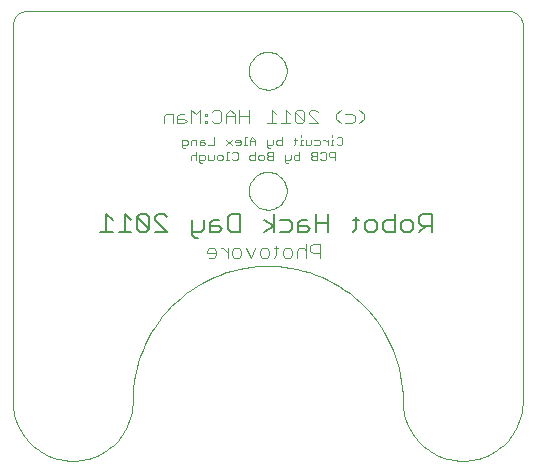
<source format=gbo>
G75*
G70*
%OFA0B0*%
%FSLAX24Y24*%
%IPPOS*%
%LPD*%
%AMOC8*
5,1,8,0,0,1.08239X$1,22.5*
%
%ADD10C,0.0000*%
%ADD11C,0.0040*%
%ADD12C,0.0050*%
%ADD13C,0.0030*%
D10*
X004354Y007453D02*
X004354Y019953D01*
X004356Y019997D01*
X004362Y020040D01*
X004371Y020082D01*
X004384Y020124D01*
X004401Y020164D01*
X004421Y020203D01*
X004444Y020240D01*
X004471Y020274D01*
X004500Y020307D01*
X004533Y020336D01*
X004567Y020363D01*
X004604Y020386D01*
X004643Y020406D01*
X004683Y020423D01*
X004725Y020436D01*
X004767Y020445D01*
X004810Y020451D01*
X004854Y020453D01*
X020854Y020453D01*
X020898Y020451D01*
X020941Y020445D01*
X020983Y020436D01*
X021025Y020423D01*
X021065Y020406D01*
X021104Y020386D01*
X021141Y020363D01*
X021175Y020336D01*
X021208Y020307D01*
X021237Y020274D01*
X021264Y020240D01*
X021287Y020203D01*
X021307Y020164D01*
X021324Y020124D01*
X021337Y020082D01*
X021346Y020040D01*
X021352Y019997D01*
X021354Y019953D01*
X021354Y007453D01*
X021352Y007356D01*
X021345Y007260D01*
X021333Y007164D01*
X021317Y007069D01*
X021296Y006974D01*
X021270Y006881D01*
X021241Y006789D01*
X021206Y006699D01*
X021168Y006610D01*
X021125Y006524D01*
X021078Y006439D01*
X021027Y006357D01*
X020972Y006277D01*
X020913Y006201D01*
X020851Y006127D01*
X020785Y006056D01*
X020716Y005988D01*
X020644Y005924D01*
X020568Y005864D01*
X020490Y005807D01*
X020409Y005754D01*
X020326Y005705D01*
X020240Y005660D01*
X020153Y005619D01*
X020063Y005583D01*
X019972Y005551D01*
X019879Y005523D01*
X019786Y005500D01*
X019691Y005482D01*
X019595Y005468D01*
X019499Y005458D01*
X019402Y005454D01*
X019306Y005454D01*
X019209Y005458D01*
X019113Y005468D01*
X019017Y005482D01*
X018922Y005500D01*
X018829Y005523D01*
X018736Y005551D01*
X018645Y005583D01*
X018555Y005619D01*
X018468Y005660D01*
X018382Y005705D01*
X018299Y005754D01*
X018218Y005807D01*
X018140Y005864D01*
X018064Y005924D01*
X017992Y005988D01*
X017923Y006056D01*
X017857Y006127D01*
X017795Y006201D01*
X017736Y006277D01*
X017681Y006357D01*
X017630Y006439D01*
X017583Y006524D01*
X017540Y006610D01*
X017502Y006699D01*
X017467Y006789D01*
X017438Y006881D01*
X017412Y006974D01*
X017391Y007069D01*
X017375Y007164D01*
X017363Y007260D01*
X017356Y007356D01*
X017354Y007453D01*
X017349Y007670D01*
X017333Y007887D01*
X017307Y008103D01*
X017270Y008318D01*
X017223Y008530D01*
X017166Y008740D01*
X017099Y008947D01*
X017022Y009150D01*
X016935Y009349D01*
X016839Y009544D01*
X016733Y009734D01*
X016618Y009919D01*
X016495Y010098D01*
X016363Y010271D01*
X016222Y010437D01*
X016074Y010596D01*
X015919Y010748D01*
X015756Y010892D01*
X015586Y011029D01*
X015410Y011156D01*
X015228Y011276D01*
X015041Y011386D01*
X014848Y011487D01*
X014651Y011579D01*
X014450Y011661D01*
X014245Y011733D01*
X014036Y011795D01*
X013825Y011847D01*
X013612Y011889D01*
X013396Y011920D01*
X013180Y011941D01*
X012963Y011952D01*
X012745Y011952D01*
X012528Y011941D01*
X012312Y011920D01*
X012096Y011889D01*
X011883Y011847D01*
X011672Y011795D01*
X011463Y011733D01*
X011258Y011661D01*
X011057Y011579D01*
X010860Y011487D01*
X010667Y011386D01*
X010480Y011276D01*
X010298Y011156D01*
X010122Y011029D01*
X009952Y010892D01*
X009789Y010748D01*
X009634Y010596D01*
X009486Y010437D01*
X009345Y010271D01*
X009213Y010098D01*
X009090Y009919D01*
X008975Y009734D01*
X008869Y009544D01*
X008773Y009349D01*
X008686Y009150D01*
X008609Y008947D01*
X008542Y008740D01*
X008485Y008530D01*
X008438Y008318D01*
X008401Y008103D01*
X008375Y007887D01*
X008359Y007670D01*
X008354Y007453D01*
X008352Y007356D01*
X008345Y007260D01*
X008333Y007164D01*
X008317Y007069D01*
X008296Y006974D01*
X008270Y006881D01*
X008241Y006789D01*
X008206Y006699D01*
X008168Y006610D01*
X008125Y006524D01*
X008078Y006439D01*
X008027Y006357D01*
X007972Y006277D01*
X007913Y006201D01*
X007851Y006127D01*
X007785Y006056D01*
X007716Y005988D01*
X007644Y005924D01*
X007568Y005864D01*
X007490Y005807D01*
X007409Y005754D01*
X007326Y005705D01*
X007240Y005660D01*
X007153Y005619D01*
X007063Y005583D01*
X006972Y005551D01*
X006879Y005523D01*
X006786Y005500D01*
X006691Y005482D01*
X006595Y005468D01*
X006499Y005458D01*
X006402Y005454D01*
X006306Y005454D01*
X006209Y005458D01*
X006113Y005468D01*
X006017Y005482D01*
X005922Y005500D01*
X005829Y005523D01*
X005736Y005551D01*
X005645Y005583D01*
X005555Y005619D01*
X005468Y005660D01*
X005382Y005705D01*
X005299Y005754D01*
X005218Y005807D01*
X005140Y005864D01*
X005064Y005924D01*
X004992Y005988D01*
X004923Y006056D01*
X004857Y006127D01*
X004795Y006201D01*
X004736Y006277D01*
X004681Y006357D01*
X004630Y006439D01*
X004583Y006524D01*
X004540Y006610D01*
X004502Y006699D01*
X004467Y006789D01*
X004438Y006881D01*
X004412Y006974D01*
X004391Y007069D01*
X004375Y007164D01*
X004363Y007260D01*
X004356Y007356D01*
X004354Y007453D01*
X012224Y014453D02*
X012226Y014503D01*
X012232Y014553D01*
X012242Y014602D01*
X012256Y014650D01*
X012273Y014697D01*
X012294Y014742D01*
X012319Y014786D01*
X012347Y014827D01*
X012379Y014866D01*
X012413Y014903D01*
X012450Y014937D01*
X012490Y014967D01*
X012532Y014994D01*
X012576Y015018D01*
X012622Y015039D01*
X012669Y015055D01*
X012717Y015068D01*
X012767Y015077D01*
X012816Y015082D01*
X012867Y015083D01*
X012917Y015080D01*
X012966Y015073D01*
X013015Y015062D01*
X013063Y015047D01*
X013109Y015029D01*
X013154Y015007D01*
X013197Y014981D01*
X013238Y014952D01*
X013277Y014920D01*
X013313Y014885D01*
X013345Y014847D01*
X013375Y014807D01*
X013402Y014764D01*
X013425Y014720D01*
X013444Y014674D01*
X013460Y014626D01*
X013472Y014577D01*
X013480Y014528D01*
X013484Y014478D01*
X013484Y014428D01*
X013480Y014378D01*
X013472Y014329D01*
X013460Y014280D01*
X013444Y014232D01*
X013425Y014186D01*
X013402Y014142D01*
X013375Y014099D01*
X013345Y014059D01*
X013313Y014021D01*
X013277Y013986D01*
X013238Y013954D01*
X013197Y013925D01*
X013154Y013899D01*
X013109Y013877D01*
X013063Y013859D01*
X013015Y013844D01*
X012966Y013833D01*
X012917Y013826D01*
X012867Y013823D01*
X012816Y013824D01*
X012767Y013829D01*
X012717Y013838D01*
X012669Y013851D01*
X012622Y013867D01*
X012576Y013888D01*
X012532Y013912D01*
X012490Y013939D01*
X012450Y013969D01*
X012413Y014003D01*
X012379Y014040D01*
X012347Y014079D01*
X012319Y014120D01*
X012294Y014164D01*
X012273Y014209D01*
X012256Y014256D01*
X012242Y014304D01*
X012232Y014353D01*
X012226Y014403D01*
X012224Y014453D01*
X012224Y018453D02*
X012226Y018503D01*
X012232Y018553D01*
X012242Y018602D01*
X012256Y018650D01*
X012273Y018697D01*
X012294Y018742D01*
X012319Y018786D01*
X012347Y018827D01*
X012379Y018866D01*
X012413Y018903D01*
X012450Y018937D01*
X012490Y018967D01*
X012532Y018994D01*
X012576Y019018D01*
X012622Y019039D01*
X012669Y019055D01*
X012717Y019068D01*
X012767Y019077D01*
X012816Y019082D01*
X012867Y019083D01*
X012917Y019080D01*
X012966Y019073D01*
X013015Y019062D01*
X013063Y019047D01*
X013109Y019029D01*
X013154Y019007D01*
X013197Y018981D01*
X013238Y018952D01*
X013277Y018920D01*
X013313Y018885D01*
X013345Y018847D01*
X013375Y018807D01*
X013402Y018764D01*
X013425Y018720D01*
X013444Y018674D01*
X013460Y018626D01*
X013472Y018577D01*
X013480Y018528D01*
X013484Y018478D01*
X013484Y018428D01*
X013480Y018378D01*
X013472Y018329D01*
X013460Y018280D01*
X013444Y018232D01*
X013425Y018186D01*
X013402Y018142D01*
X013375Y018099D01*
X013345Y018059D01*
X013313Y018021D01*
X013277Y017986D01*
X013238Y017954D01*
X013197Y017925D01*
X013154Y017899D01*
X013109Y017877D01*
X013063Y017859D01*
X013015Y017844D01*
X012966Y017833D01*
X012917Y017826D01*
X012867Y017823D01*
X012816Y017824D01*
X012767Y017829D01*
X012717Y017838D01*
X012669Y017851D01*
X012622Y017867D01*
X012576Y017888D01*
X012532Y017912D01*
X012490Y017939D01*
X012450Y017969D01*
X012413Y018003D01*
X012379Y018040D01*
X012347Y018079D01*
X012319Y018120D01*
X012294Y018164D01*
X012273Y018209D01*
X012256Y018256D01*
X012242Y018304D01*
X012232Y018353D01*
X012226Y018403D01*
X012224Y018453D01*
D11*
X012219Y017162D02*
X012219Y016702D01*
X012219Y016932D02*
X011912Y016932D01*
X011759Y016932D02*
X011452Y016932D01*
X011452Y017009D02*
X011452Y016702D01*
X011298Y016779D02*
X011222Y016702D01*
X011068Y016702D01*
X010991Y016779D01*
X010838Y016779D02*
X010838Y016702D01*
X010761Y016702D01*
X010761Y016779D01*
X010838Y016779D01*
X010838Y016932D02*
X010838Y017009D01*
X010761Y017009D01*
X010761Y016932D01*
X010838Y016932D01*
X010991Y017086D02*
X011068Y017162D01*
X011222Y017162D01*
X011298Y017086D01*
X011298Y016779D01*
X011452Y017009D02*
X011605Y017162D01*
X011759Y017009D01*
X011759Y016702D01*
X011912Y016702D02*
X011912Y017162D01*
X012833Y016702D02*
X013140Y016702D01*
X013293Y016702D02*
X013600Y016702D01*
X013447Y016702D02*
X013447Y017162D01*
X013600Y017009D01*
X013754Y017086D02*
X014060Y016779D01*
X013984Y016702D01*
X013830Y016702D01*
X013754Y016779D01*
X013754Y017086D01*
X013830Y017162D01*
X013984Y017162D01*
X014060Y017086D01*
X014060Y016779D01*
X014214Y016702D02*
X014521Y016702D01*
X014214Y017009D01*
X014214Y017086D01*
X014291Y017162D01*
X014444Y017162D01*
X014521Y017086D01*
X015135Y017009D02*
X015135Y016856D01*
X015288Y016702D01*
X015441Y016702D02*
X015672Y016702D01*
X015748Y016779D01*
X015748Y016932D01*
X015672Y017009D01*
X015441Y017009D01*
X015288Y017162D02*
X015135Y017009D01*
X015902Y017162D02*
X016055Y017009D01*
X016055Y016856D01*
X015902Y016702D01*
X013140Y017009D02*
X012986Y017162D01*
X012986Y016702D01*
X010608Y016702D02*
X010608Y017162D01*
X010454Y017009D01*
X010301Y017162D01*
X010301Y016702D01*
X010147Y016779D02*
X010071Y016856D01*
X009841Y016856D01*
X009841Y016932D02*
X009841Y016702D01*
X010071Y016702D01*
X010147Y016779D01*
X010071Y017009D02*
X009917Y017009D01*
X009841Y016932D01*
X009687Y017009D02*
X009457Y017009D01*
X009380Y016932D01*
X009380Y016702D01*
X009687Y016702D02*
X009687Y017009D01*
X013126Y012606D02*
X013126Y012299D01*
X013050Y012223D01*
X012896Y012299D02*
X012896Y012453D01*
X012819Y012529D01*
X012666Y012529D01*
X012589Y012453D01*
X012589Y012299D01*
X012666Y012223D01*
X012819Y012223D01*
X012896Y012299D01*
X013050Y012529D02*
X013203Y012529D01*
X013356Y012453D02*
X013356Y012299D01*
X013433Y012223D01*
X013587Y012223D01*
X013663Y012299D01*
X013663Y012453D01*
X013587Y012529D01*
X013433Y012529D01*
X013356Y012453D01*
X013817Y012453D02*
X013817Y012223D01*
X013817Y012453D02*
X013894Y012529D01*
X014047Y012529D01*
X014124Y012453D01*
X014277Y012453D02*
X014277Y012606D01*
X014354Y012683D01*
X014584Y012683D01*
X014584Y012223D01*
X014584Y012376D02*
X014354Y012376D01*
X014277Y012453D01*
X014124Y012683D02*
X014124Y012223D01*
X012436Y012529D02*
X012282Y012223D01*
X012129Y012529D01*
X011975Y012453D02*
X011975Y012299D01*
X011899Y012223D01*
X011745Y012223D01*
X011668Y012299D01*
X011668Y012453D01*
X011745Y012529D01*
X011899Y012529D01*
X011975Y012453D01*
X011515Y012529D02*
X011515Y012223D01*
X011515Y012376D02*
X011362Y012529D01*
X011285Y012529D01*
X011131Y012453D02*
X011055Y012529D01*
X010901Y012529D01*
X010824Y012453D01*
X010824Y012376D01*
X011131Y012376D01*
X011131Y012299D02*
X011131Y012453D01*
X011131Y012299D02*
X011055Y012223D01*
X010901Y012223D01*
D12*
X010516Y012874D02*
X010414Y012874D01*
X010313Y012976D01*
X010313Y013485D01*
X010720Y013485D02*
X010720Y013179D01*
X010618Y013078D01*
X010313Y013078D01*
X010920Y013078D02*
X011226Y013078D01*
X011327Y013179D01*
X011226Y013281D01*
X010920Y013281D01*
X010920Y013383D02*
X010920Y013078D01*
X010920Y013383D02*
X011022Y013485D01*
X011226Y013485D01*
X011528Y013586D02*
X011528Y013179D01*
X011630Y013078D01*
X011935Y013078D01*
X011935Y013688D01*
X011630Y013688D01*
X011528Y013586D01*
X012744Y013485D02*
X013049Y013281D01*
X012744Y013078D01*
X013049Y013078D02*
X013049Y013688D01*
X013250Y013485D02*
X013555Y013485D01*
X013657Y013383D01*
X013657Y013179D01*
X013555Y013078D01*
X013250Y013078D01*
X013858Y013078D02*
X014163Y013078D01*
X014265Y013179D01*
X014163Y013281D01*
X013858Y013281D01*
X013858Y013383D02*
X013858Y013078D01*
X013858Y013383D02*
X013959Y013485D01*
X014163Y013485D01*
X014465Y013383D02*
X014872Y013383D01*
X014872Y013078D02*
X014872Y013688D01*
X014465Y013688D02*
X014465Y013078D01*
X015682Y013078D02*
X015783Y013179D01*
X015783Y013586D01*
X015682Y013485D02*
X015885Y013485D01*
X016086Y013383D02*
X016188Y013485D01*
X016391Y013485D01*
X016493Y013383D01*
X016493Y013179D01*
X016391Y013078D01*
X016188Y013078D01*
X016086Y013179D01*
X016086Y013383D01*
X016694Y013383D02*
X016694Y013179D01*
X016795Y013078D01*
X017101Y013078D01*
X017101Y013688D01*
X017101Y013485D02*
X016795Y013485D01*
X016694Y013383D01*
X017301Y013383D02*
X017301Y013179D01*
X017403Y013078D01*
X017607Y013078D01*
X017708Y013179D01*
X017708Y013383D01*
X017607Y013485D01*
X017403Y013485D01*
X017301Y013383D01*
X017909Y013383D02*
X018011Y013281D01*
X018316Y013281D01*
X018316Y013078D02*
X018316Y013688D01*
X018011Y013688D01*
X017909Y013586D01*
X017909Y013383D01*
X018113Y013281D02*
X017909Y013078D01*
X009504Y013078D02*
X009097Y013485D01*
X009097Y013586D01*
X009199Y013688D01*
X009402Y013688D01*
X009504Y013586D01*
X009504Y013078D02*
X009097Y013078D01*
X008896Y013179D02*
X008489Y013586D01*
X008489Y013179D01*
X008591Y013078D01*
X008795Y013078D01*
X008896Y013179D01*
X008896Y013586D01*
X008795Y013688D01*
X008591Y013688D01*
X008489Y013586D01*
X008289Y013485D02*
X008085Y013688D01*
X008085Y013078D01*
X007882Y013078D02*
X008289Y013078D01*
X007681Y013078D02*
X007274Y013078D01*
X007478Y013078D02*
X007478Y013688D01*
X007681Y013485D01*
D13*
X010279Y015468D02*
X010279Y015613D01*
X010328Y015661D01*
X010425Y015661D01*
X010473Y015613D01*
X010574Y015661D02*
X010574Y015419D01*
X010622Y015371D01*
X010671Y015371D01*
X010719Y015468D02*
X010574Y015468D01*
X010473Y015468D02*
X010473Y015758D01*
X010574Y015661D02*
X010719Y015661D01*
X010768Y015613D01*
X010768Y015516D01*
X010719Y015468D01*
X010869Y015468D02*
X010869Y015661D01*
X011062Y015661D02*
X011062Y015516D01*
X011014Y015468D01*
X010869Y015468D01*
X011163Y015516D02*
X011163Y015613D01*
X011212Y015661D01*
X011309Y015661D01*
X011357Y015613D01*
X011357Y015516D01*
X011309Y015468D01*
X011212Y015468D01*
X011163Y015516D01*
X011457Y015468D02*
X011553Y015468D01*
X011505Y015468D02*
X011505Y015758D01*
X011553Y015758D01*
X011654Y015709D02*
X011703Y015758D01*
X011800Y015758D01*
X011848Y015709D01*
X011848Y015516D01*
X011800Y015468D01*
X011703Y015468D01*
X011654Y015516D01*
X011656Y015968D02*
X011463Y016161D01*
X011656Y016161D02*
X011463Y015968D01*
X011757Y016064D02*
X011951Y016064D01*
X011951Y016016D02*
X011951Y016113D01*
X011902Y016161D01*
X011806Y016161D01*
X011757Y016113D01*
X011757Y016064D01*
X011806Y015968D02*
X011902Y015968D01*
X011951Y016016D01*
X012050Y015968D02*
X012147Y015968D01*
X012099Y015968D02*
X012099Y016258D01*
X012147Y016258D01*
X012248Y016161D02*
X012248Y015968D01*
X012248Y016113D02*
X012442Y016113D01*
X012442Y016161D02*
X012345Y016258D01*
X012248Y016161D01*
X012442Y016161D02*
X012442Y015968D01*
X012437Y015758D02*
X012437Y015468D01*
X012292Y015468D01*
X012244Y015516D01*
X012244Y015613D01*
X012292Y015661D01*
X012437Y015661D01*
X012538Y015613D02*
X012587Y015661D01*
X012684Y015661D01*
X012732Y015613D01*
X012732Y015516D01*
X012684Y015468D01*
X012587Y015468D01*
X012538Y015516D01*
X012538Y015613D01*
X012833Y015661D02*
X012881Y015613D01*
X013026Y015613D01*
X012881Y015613D02*
X012833Y015564D01*
X012833Y015516D01*
X012881Y015468D01*
X013026Y015468D01*
X013026Y015758D01*
X012881Y015758D01*
X012833Y015709D01*
X012833Y015661D01*
X012886Y015871D02*
X012934Y015871D01*
X012886Y015871D02*
X012838Y015919D01*
X012838Y016161D01*
X013031Y016161D02*
X013031Y016016D01*
X012983Y015968D01*
X012838Y015968D01*
X013132Y016016D02*
X013132Y016113D01*
X013181Y016161D01*
X013326Y016161D01*
X013326Y016258D02*
X013326Y015968D01*
X013181Y015968D01*
X013132Y016016D01*
X013422Y015661D02*
X013422Y015419D01*
X013471Y015371D01*
X013519Y015371D01*
X013567Y015468D02*
X013422Y015468D01*
X013567Y015468D02*
X013616Y015516D01*
X013616Y015661D01*
X013717Y015613D02*
X013765Y015661D01*
X013910Y015661D01*
X013910Y015758D02*
X013910Y015468D01*
X013765Y015468D01*
X013717Y015516D01*
X013717Y015613D01*
X013720Y015968D02*
X013768Y016016D01*
X013768Y016209D01*
X013720Y016161D02*
X013817Y016161D01*
X013965Y016161D02*
X013965Y015968D01*
X014013Y015968D02*
X013916Y015968D01*
X014114Y015968D02*
X014114Y016161D01*
X014013Y016161D02*
X013965Y016161D01*
X013965Y016258D02*
X013965Y016306D01*
X014308Y016161D02*
X014308Y016016D01*
X014259Y015968D01*
X014114Y015968D01*
X014409Y015968D02*
X014554Y015968D01*
X014602Y016016D01*
X014602Y016113D01*
X014554Y016161D01*
X014409Y016161D01*
X014703Y016161D02*
X014751Y016161D01*
X014848Y016064D01*
X014848Y015968D02*
X014848Y016161D01*
X014996Y016161D02*
X014996Y015968D01*
X015044Y015968D02*
X014948Y015968D01*
X014996Y016161D02*
X015044Y016161D01*
X014996Y016258D02*
X014996Y016306D01*
X015146Y016209D02*
X015194Y016258D01*
X015291Y016258D01*
X015339Y016209D01*
X015339Y016016D01*
X015291Y015968D01*
X015194Y015968D01*
X015146Y016016D01*
X015089Y015758D02*
X014944Y015758D01*
X014896Y015709D01*
X014896Y015613D01*
X014944Y015564D01*
X015089Y015564D01*
X015089Y015468D02*
X015089Y015758D01*
X014794Y015709D02*
X014794Y015516D01*
X014746Y015468D01*
X014649Y015468D01*
X014601Y015516D01*
X014500Y015468D02*
X014355Y015468D01*
X014306Y015516D01*
X014306Y015564D01*
X014355Y015613D01*
X014500Y015613D01*
X014601Y015709D02*
X014649Y015758D01*
X014746Y015758D01*
X014794Y015709D01*
X014500Y015758D02*
X014500Y015468D01*
X014355Y015613D02*
X014306Y015661D01*
X014306Y015709D01*
X014355Y015758D01*
X014500Y015758D01*
X011067Y015968D02*
X010873Y015968D01*
X010772Y016016D02*
X010724Y016064D01*
X010579Y016064D01*
X010579Y016113D02*
X010579Y015968D01*
X010724Y015968D01*
X010772Y016016D01*
X010724Y016161D02*
X010627Y016161D01*
X010579Y016113D01*
X010477Y016161D02*
X010332Y016161D01*
X010284Y016113D01*
X010284Y015968D01*
X010183Y016016D02*
X010134Y015968D01*
X009989Y015968D01*
X009989Y015919D02*
X009989Y016161D01*
X010134Y016161D01*
X010183Y016113D01*
X010183Y016016D01*
X010086Y015871D02*
X010038Y015871D01*
X009989Y015919D01*
X010477Y015968D02*
X010477Y016161D01*
X011067Y016258D02*
X011067Y015968D01*
M02*

</source>
